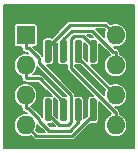
<source format=gbr>
%TF.GenerationSoftware,KiCad,Pcbnew,5.1.10*%
%TF.CreationDate,2021-08-03T19:32:28+02:00*%
%TF.ProjectId,smd-converter,736d642d-636f-46e7-9665-727465722e6b,rev?*%
%TF.SameCoordinates,Original*%
%TF.FileFunction,Copper,L1,Top*%
%TF.FilePolarity,Positive*%
%FSLAX46Y46*%
G04 Gerber Fmt 4.6, Leading zero omitted, Abs format (unit mm)*
G04 Created by KiCad (PCBNEW 5.1.10) date 2021-08-03 19:32:28*
%MOMM*%
%LPD*%
G01*
G04 APERTURE LIST*
%TA.AperFunction,ComponentPad*%
%ADD10O,1.600000X1.600000*%
%TD*%
%TA.AperFunction,ComponentPad*%
%ADD11R,1.600000X1.600000*%
%TD*%
%TA.AperFunction,Conductor*%
%ADD12C,0.250000*%
%TD*%
%TA.AperFunction,NonConductor*%
%ADD13C,0.150000*%
%TD*%
%TA.AperFunction,NonConductor*%
%ADD14C,0.100000*%
%TD*%
G04 APERTURE END LIST*
D10*
%TO.P,J1,8*%
%TO.N,Net-(J1-Pad8)*%
X61165000Y-26585000D03*
%TO.P,J1,4*%
%TO.N,Net-(J1-Pad4)*%
X53545000Y-34205000D03*
%TO.P,J1,7*%
%TO.N,Net-(J1-Pad7)*%
X61165000Y-29125000D03*
%TO.P,J1,3*%
%TO.N,Net-(J1-Pad3)*%
X53545000Y-31665000D03*
%TO.P,J1,6*%
%TO.N,Net-(J1-Pad6)*%
X61165000Y-31665000D03*
%TO.P,J1,2*%
%TO.N,Net-(J1-Pad2)*%
X53545000Y-29125000D03*
%TO.P,J1,5*%
%TO.N,Net-(J1-Pad5)*%
X61165000Y-34205000D03*
D11*
%TO.P,J1,1*%
%TO.N,Net-(J1-Pad1)*%
X53545000Y-26585000D03*
%TD*%
%TO.P,U1,1*%
%TO.N,Net-(J1-Pad1)*%
%TA.AperFunction,SMDPad,CuDef*%
G36*
G01*
X55610000Y-33875000D02*
X55310000Y-33875000D01*
G75*
G02*
X55160000Y-33725000I0J150000D01*
G01*
X55160000Y-32075000D01*
G75*
G02*
X55310000Y-31925000I150000J0D01*
G01*
X55610000Y-31925000D01*
G75*
G02*
X55760000Y-32075000I0J-150000D01*
G01*
X55760000Y-33725000D01*
G75*
G02*
X55610000Y-33875000I-150000J0D01*
G01*
G37*
%TD.AperFunction*%
%TO.P,U1,2*%
%TO.N,Net-(J1-Pad2)*%
%TA.AperFunction,SMDPad,CuDef*%
G36*
G01*
X56880000Y-33875000D02*
X56580000Y-33875000D01*
G75*
G02*
X56430000Y-33725000I0J150000D01*
G01*
X56430000Y-32075000D01*
G75*
G02*
X56580000Y-31925000I150000J0D01*
G01*
X56880000Y-31925000D01*
G75*
G02*
X57030000Y-32075000I0J-150000D01*
G01*
X57030000Y-33725000D01*
G75*
G02*
X56880000Y-33875000I-150000J0D01*
G01*
G37*
%TD.AperFunction*%
%TO.P,U1,3*%
%TO.N,Net-(J1-Pad3)*%
%TA.AperFunction,SMDPad,CuDef*%
G36*
G01*
X58150000Y-33875000D02*
X57850000Y-33875000D01*
G75*
G02*
X57700000Y-33725000I0J150000D01*
G01*
X57700000Y-32075000D01*
G75*
G02*
X57850000Y-31925000I150000J0D01*
G01*
X58150000Y-31925000D01*
G75*
G02*
X58300000Y-32075000I0J-150000D01*
G01*
X58300000Y-33725000D01*
G75*
G02*
X58150000Y-33875000I-150000J0D01*
G01*
G37*
%TD.AperFunction*%
%TO.P,U1,4*%
%TO.N,Net-(J1-Pad4)*%
%TA.AperFunction,SMDPad,CuDef*%
G36*
G01*
X59420000Y-33875000D02*
X59120000Y-33875000D01*
G75*
G02*
X58970000Y-33725000I0J150000D01*
G01*
X58970000Y-32075000D01*
G75*
G02*
X59120000Y-31925000I150000J0D01*
G01*
X59420000Y-31925000D01*
G75*
G02*
X59570000Y-32075000I0J-150000D01*
G01*
X59570000Y-33725000D01*
G75*
G02*
X59420000Y-33875000I-150000J0D01*
G01*
G37*
%TD.AperFunction*%
%TO.P,U1,5*%
%TO.N,Net-(J1-Pad5)*%
%TA.AperFunction,SMDPad,CuDef*%
G36*
G01*
X59420000Y-28925000D02*
X59120000Y-28925000D01*
G75*
G02*
X58970000Y-28775000I0J150000D01*
G01*
X58970000Y-27125000D01*
G75*
G02*
X59120000Y-26975000I150000J0D01*
G01*
X59420000Y-26975000D01*
G75*
G02*
X59570000Y-27125000I0J-150000D01*
G01*
X59570000Y-28775000D01*
G75*
G02*
X59420000Y-28925000I-150000J0D01*
G01*
G37*
%TD.AperFunction*%
%TO.P,U1,6*%
%TO.N,Net-(J1-Pad6)*%
%TA.AperFunction,SMDPad,CuDef*%
G36*
G01*
X58150000Y-28925000D02*
X57850000Y-28925000D01*
G75*
G02*
X57700000Y-28775000I0J150000D01*
G01*
X57700000Y-27125000D01*
G75*
G02*
X57850000Y-26975000I150000J0D01*
G01*
X58150000Y-26975000D01*
G75*
G02*
X58300000Y-27125000I0J-150000D01*
G01*
X58300000Y-28775000D01*
G75*
G02*
X58150000Y-28925000I-150000J0D01*
G01*
G37*
%TD.AperFunction*%
%TO.P,U1,7*%
%TO.N,Net-(J1-Pad7)*%
%TA.AperFunction,SMDPad,CuDef*%
G36*
G01*
X56880000Y-28925000D02*
X56580000Y-28925000D01*
G75*
G02*
X56430000Y-28775000I0J150000D01*
G01*
X56430000Y-27125000D01*
G75*
G02*
X56580000Y-26975000I150000J0D01*
G01*
X56880000Y-26975000D01*
G75*
G02*
X57030000Y-27125000I0J-150000D01*
G01*
X57030000Y-28775000D01*
G75*
G02*
X56880000Y-28925000I-150000J0D01*
G01*
G37*
%TD.AperFunction*%
%TO.P,U1,8*%
%TO.N,Net-(J1-Pad8)*%
%TA.AperFunction,SMDPad,CuDef*%
G36*
G01*
X55610000Y-28925000D02*
X55310000Y-28925000D01*
G75*
G02*
X55160000Y-28775000I0J150000D01*
G01*
X55160000Y-27125000D01*
G75*
G02*
X55310000Y-26975000I150000J0D01*
G01*
X55610000Y-26975000D01*
G75*
G02*
X55760000Y-27125000I0J-150000D01*
G01*
X55760000Y-28775000D01*
G75*
G02*
X55610000Y-28925000I-150000J0D01*
G01*
G37*
%TD.AperFunction*%
%TD*%
D12*
%TO.N,Net-(J1-Pad1)*%
X56384400Y-34204900D02*
X55460000Y-33280500D01*
X55460000Y-33280500D02*
X55460000Y-33000000D01*
X57131000Y-34204900D02*
X56384400Y-34204900D01*
X57365000Y-33970900D02*
X57131000Y-34204900D01*
X57365000Y-31615000D02*
X57365000Y-33970900D01*
X54670300Y-28920300D02*
X57365000Y-31615000D01*
X54670300Y-28554200D02*
X54670300Y-28920300D01*
X53826400Y-27710300D02*
X54670300Y-28554200D01*
X53545000Y-27710300D02*
X53826400Y-27710300D01*
X53545000Y-26585000D02*
X53545000Y-27710300D01*
%TO.N,Net-(J1-Pad5)*%
X57361900Y-26934800D02*
X57655400Y-26641300D01*
X57361900Y-29361900D02*
X57361900Y-26934800D01*
X57655400Y-26641300D02*
X58400900Y-26641300D01*
X61079700Y-33079700D02*
X57361900Y-29361900D01*
X61165000Y-33079700D02*
X61079700Y-33079700D01*
X61165000Y-34205000D02*
X61165000Y-33079700D01*
X59270000Y-27510400D02*
X59270000Y-27850000D01*
X58400900Y-26641300D02*
X59270000Y-27510400D01*
%TO.N,Net-(J1-Pad2)*%
X53545000Y-30250300D02*
X53545000Y-29125000D01*
X54750300Y-30250300D02*
X53545000Y-30250300D01*
X56730000Y-32230000D02*
X54750300Y-30250300D01*
X56730000Y-33000000D02*
X56730000Y-32230000D01*
%TO.N,Net-(J1-Pad6)*%
X58000000Y-28500000D02*
X58000000Y-27850000D01*
X61165000Y-31665000D02*
X58000000Y-28500000D01*
%TO.N,Net-(J1-Pad3)*%
X53545000Y-32790300D02*
X53775400Y-32790300D01*
X53775400Y-32790300D02*
X54670300Y-33685200D01*
X54670300Y-33685200D02*
X54670300Y-33813200D01*
X54670300Y-33813200D02*
X55512400Y-34655300D01*
X55512400Y-34655300D02*
X57317500Y-34655300D01*
X57317500Y-34655300D02*
X58000000Y-33972800D01*
X58000000Y-33972800D02*
X58000000Y-33000000D01*
X53545000Y-31665000D02*
X53545000Y-32790300D01*
%TO.N,Net-(J1-Pad7)*%
X61165000Y-27999700D02*
X60966900Y-27999700D01*
X60966900Y-27999700D02*
X59158200Y-26191000D01*
X59158200Y-26191000D02*
X57468800Y-26191000D01*
X57468800Y-26191000D02*
X56730000Y-26929800D01*
X56730000Y-26929800D02*
X56730000Y-27850000D01*
X61165000Y-29125000D02*
X61165000Y-27999700D01*
%TO.N,Net-(J1-Pad4)*%
X53545000Y-34205000D02*
X54473700Y-35133700D01*
X54473700Y-35133700D02*
X57499700Y-35133700D01*
X57499700Y-35133700D02*
X59270000Y-33363400D01*
X59270000Y-33363400D02*
X59270000Y-33000000D01*
%TO.N,Net-(J1-Pad8)*%
X61165000Y-26585000D02*
X60315300Y-25735300D01*
X60315300Y-25735300D02*
X57283800Y-25735300D01*
X57283800Y-25735300D02*
X55460000Y-27559100D01*
X55460000Y-27559100D02*
X55460000Y-27850000D01*
%TD*%
D13*
X62760001Y-35988204D02*
X62760000Y-35988214D01*
X62760000Y-36175000D01*
X51740000Y-36175000D01*
X51740000Y-25785000D01*
X52528960Y-25785000D01*
X52528960Y-27385000D01*
X52533111Y-27427147D01*
X52545405Y-27467675D01*
X52565369Y-27505025D01*
X52592237Y-27537763D01*
X52624975Y-27564631D01*
X52662325Y-27584595D01*
X52702853Y-27596889D01*
X52745000Y-27601040D01*
X53205001Y-27601040D01*
X53205001Y-27693589D01*
X53203355Y-27710300D01*
X53209920Y-27776952D01*
X53229361Y-27841042D01*
X53260933Y-27900108D01*
X53303421Y-27951879D01*
X53355192Y-27994367D01*
X53414258Y-28025939D01*
X53478348Y-28045380D01*
X53528299Y-28050300D01*
X53545000Y-28051945D01*
X53561701Y-28050300D01*
X53685569Y-28050300D01*
X53770174Y-28134905D01*
X53644969Y-28110000D01*
X53445031Y-28110000D01*
X53248935Y-28149006D01*
X53064217Y-28225519D01*
X52897975Y-28336598D01*
X52756598Y-28477975D01*
X52645519Y-28644217D01*
X52569006Y-28828935D01*
X52530000Y-29025031D01*
X52530000Y-29224969D01*
X52569006Y-29421065D01*
X52645519Y-29605783D01*
X52756598Y-29772025D01*
X52897975Y-29913402D01*
X53064217Y-30024481D01*
X53205000Y-30082796D01*
X53205000Y-30233599D01*
X53203355Y-30250300D01*
X53209920Y-30316952D01*
X53229361Y-30381042D01*
X53260933Y-30440108D01*
X53303421Y-30491879D01*
X53355192Y-30534367D01*
X53414258Y-30565939D01*
X53478348Y-30585380D01*
X53545000Y-30591945D01*
X53561701Y-30590300D01*
X54609469Y-30590300D01*
X55762783Y-31743614D01*
X55750077Y-31736823D01*
X55681411Y-31715993D01*
X55610000Y-31708960D01*
X55310000Y-31708960D01*
X55238589Y-31715993D01*
X55169923Y-31736823D01*
X55106639Y-31770649D01*
X55051171Y-31816171D01*
X55005649Y-31871639D01*
X54971823Y-31934923D01*
X54950993Y-32003589D01*
X54943960Y-32075000D01*
X54943960Y-33482712D01*
X54934805Y-33471556D01*
X54922525Y-33456593D01*
X54922521Y-33456589D01*
X54911878Y-33443621D01*
X54898911Y-33432979D01*
X54028558Y-32562627D01*
X54192025Y-32453402D01*
X54333402Y-32312025D01*
X54444481Y-32145783D01*
X54520994Y-31961065D01*
X54560000Y-31764969D01*
X54560000Y-31565031D01*
X54520994Y-31368935D01*
X54444481Y-31184217D01*
X54333402Y-31017975D01*
X54192025Y-30876598D01*
X54025783Y-30765519D01*
X53841065Y-30689006D01*
X53644969Y-30650000D01*
X53445031Y-30650000D01*
X53248935Y-30689006D01*
X53064217Y-30765519D01*
X52897975Y-30876598D01*
X52756598Y-31017975D01*
X52645519Y-31184217D01*
X52569006Y-31368935D01*
X52530000Y-31565031D01*
X52530000Y-31764969D01*
X52569006Y-31961065D01*
X52645519Y-32145783D01*
X52756598Y-32312025D01*
X52897975Y-32453402D01*
X53064217Y-32564481D01*
X53205001Y-32622796D01*
X53205001Y-32773589D01*
X53203355Y-32790300D01*
X53209920Y-32856952D01*
X53229361Y-32921042D01*
X53260933Y-32980108D01*
X53303421Y-33031879D01*
X53355192Y-33074367D01*
X53414258Y-33105939D01*
X53478348Y-33125380D01*
X53528299Y-33130300D01*
X53545000Y-33131945D01*
X53561701Y-33130300D01*
X53634569Y-33130300D01*
X53706510Y-33202241D01*
X53644969Y-33190000D01*
X53445031Y-33190000D01*
X53248935Y-33229006D01*
X53064217Y-33305519D01*
X52897975Y-33416598D01*
X52756598Y-33557975D01*
X52645519Y-33724217D01*
X52569006Y-33908935D01*
X52530000Y-34105031D01*
X52530000Y-34304969D01*
X52569006Y-34501065D01*
X52645519Y-34685783D01*
X52756598Y-34852025D01*
X52897975Y-34993402D01*
X53064217Y-35104481D01*
X53248935Y-35180994D01*
X53445031Y-35220000D01*
X53644969Y-35220000D01*
X53841065Y-35180994D01*
X53981847Y-35122680D01*
X54221479Y-35362312D01*
X54232121Y-35375279D01*
X54245087Y-35385920D01*
X54245092Y-35385925D01*
X54283892Y-35417767D01*
X54342958Y-35449339D01*
X54407048Y-35468780D01*
X54456999Y-35473700D01*
X54457006Y-35473700D01*
X54473699Y-35475344D01*
X54490392Y-35473700D01*
X57483007Y-35473700D01*
X57499700Y-35475344D01*
X57516393Y-35473700D01*
X57516401Y-35473700D01*
X57566352Y-35468780D01*
X57630442Y-35449339D01*
X57689508Y-35417767D01*
X57741279Y-35375279D01*
X57751929Y-35362302D01*
X59034500Y-34079733D01*
X59048589Y-34084007D01*
X59120000Y-34091040D01*
X59420000Y-34091040D01*
X59491411Y-34084007D01*
X59560077Y-34063177D01*
X59623361Y-34029351D01*
X59678829Y-33983829D01*
X59724351Y-33928361D01*
X59758177Y-33865077D01*
X59779007Y-33796411D01*
X59786040Y-33725000D01*
X59786040Y-32266872D01*
X60783543Y-33264376D01*
X60684217Y-33305519D01*
X60517975Y-33416598D01*
X60376598Y-33557975D01*
X60265519Y-33724217D01*
X60189006Y-33908935D01*
X60150000Y-34105031D01*
X60150000Y-34304969D01*
X60189006Y-34501065D01*
X60265519Y-34685783D01*
X60376598Y-34852025D01*
X60517975Y-34993402D01*
X60684217Y-35104481D01*
X60868935Y-35180994D01*
X61065031Y-35220000D01*
X61264969Y-35220000D01*
X61461065Y-35180994D01*
X61645783Y-35104481D01*
X61812025Y-34993402D01*
X61953402Y-34852025D01*
X62064481Y-34685783D01*
X62140994Y-34501065D01*
X62180000Y-34304969D01*
X62180000Y-34105031D01*
X62140994Y-33908935D01*
X62064481Y-33724217D01*
X61953402Y-33557975D01*
X61812025Y-33416598D01*
X61645783Y-33305519D01*
X61505000Y-33247205D01*
X61505000Y-33096401D01*
X61506645Y-33079700D01*
X61500080Y-33013048D01*
X61480639Y-32948958D01*
X61449067Y-32889892D01*
X61406579Y-32838121D01*
X61354808Y-32795633D01*
X61295742Y-32764061D01*
X61231652Y-32744620D01*
X61224776Y-32743943D01*
X61160833Y-32680000D01*
X61264969Y-32680000D01*
X61461065Y-32640994D01*
X61645783Y-32564481D01*
X61812025Y-32453402D01*
X61953402Y-32312025D01*
X62064481Y-32145783D01*
X62140994Y-31961065D01*
X62180000Y-31764969D01*
X62180000Y-31565031D01*
X62140994Y-31368935D01*
X62064481Y-31184217D01*
X61953402Y-31017975D01*
X61812025Y-30876598D01*
X61645783Y-30765519D01*
X61461065Y-30689006D01*
X61264969Y-30650000D01*
X61065031Y-30650000D01*
X60868935Y-30689006D01*
X60728152Y-30747320D01*
X59121871Y-29141040D01*
X59420000Y-29141040D01*
X59491411Y-29134007D01*
X59560077Y-29113177D01*
X59623361Y-29079351D01*
X59678829Y-29033829D01*
X59724351Y-28978361D01*
X59758177Y-28915077D01*
X59779007Y-28846411D01*
X59786040Y-28775000D01*
X59786040Y-27299671D01*
X60703783Y-28217415D01*
X60684217Y-28225519D01*
X60517975Y-28336598D01*
X60376598Y-28477975D01*
X60265519Y-28644217D01*
X60189006Y-28828935D01*
X60150000Y-29025031D01*
X60150000Y-29224969D01*
X60189006Y-29421065D01*
X60265519Y-29605783D01*
X60376598Y-29772025D01*
X60517975Y-29913402D01*
X60684217Y-30024481D01*
X60868935Y-30100994D01*
X61065031Y-30140000D01*
X61264969Y-30140000D01*
X61461065Y-30100994D01*
X61645783Y-30024481D01*
X61812025Y-29913402D01*
X61953402Y-29772025D01*
X62064481Y-29605783D01*
X62140994Y-29421065D01*
X62180000Y-29224969D01*
X62180000Y-29025031D01*
X62140994Y-28828935D01*
X62064481Y-28644217D01*
X61953402Y-28477975D01*
X61812025Y-28336598D01*
X61645783Y-28225519D01*
X61505000Y-28167205D01*
X61505000Y-28016401D01*
X61506645Y-27999700D01*
X61500080Y-27933048D01*
X61480639Y-27868958D01*
X61449067Y-27809892D01*
X61406579Y-27758121D01*
X61354808Y-27715633D01*
X61295742Y-27684061D01*
X61231652Y-27664620D01*
X61181701Y-27659700D01*
X61165000Y-27658055D01*
X61148299Y-27659700D01*
X61107732Y-27659700D01*
X61043811Y-27595779D01*
X61065031Y-27600000D01*
X61264969Y-27600000D01*
X61461065Y-27560994D01*
X61645783Y-27484481D01*
X61812025Y-27373402D01*
X61953402Y-27232025D01*
X62064481Y-27065783D01*
X62140994Y-26881065D01*
X62180000Y-26684969D01*
X62180000Y-26485031D01*
X62140994Y-26288935D01*
X62064481Y-26104217D01*
X61953402Y-25937975D01*
X61812025Y-25796598D01*
X61645783Y-25685519D01*
X61461065Y-25609006D01*
X61264969Y-25570000D01*
X61065031Y-25570000D01*
X60868935Y-25609006D01*
X60728152Y-25667320D01*
X60567529Y-25506698D01*
X60556879Y-25493721D01*
X60505108Y-25451233D01*
X60446042Y-25419661D01*
X60381952Y-25400220D01*
X60332001Y-25395300D01*
X60331993Y-25395300D01*
X60315300Y-25393656D01*
X60298607Y-25395300D01*
X57300493Y-25395300D01*
X57283800Y-25393656D01*
X57267107Y-25395300D01*
X57267099Y-25395300D01*
X57217148Y-25400220D01*
X57153058Y-25419661D01*
X57093992Y-25451233D01*
X57042221Y-25493721D01*
X57031575Y-25506693D01*
X55750969Y-26787300D01*
X55750077Y-26786823D01*
X55681411Y-26765993D01*
X55610000Y-26758960D01*
X55310000Y-26758960D01*
X55238589Y-26765993D01*
X55169923Y-26786823D01*
X55106639Y-26820649D01*
X55051171Y-26866171D01*
X55005649Y-26921639D01*
X54971823Y-26984923D01*
X54950993Y-27053589D01*
X54943960Y-27125000D01*
X54943960Y-28351711D01*
X54922525Y-28325593D01*
X54922521Y-28325589D01*
X54911878Y-28312621D01*
X54898911Y-28301979D01*
X54197971Y-27601040D01*
X54345000Y-27601040D01*
X54387147Y-27596889D01*
X54427675Y-27584595D01*
X54465025Y-27564631D01*
X54497763Y-27537763D01*
X54524631Y-27505025D01*
X54544595Y-27467675D01*
X54556889Y-27427147D01*
X54561040Y-27385000D01*
X54561040Y-25785000D01*
X54556889Y-25742853D01*
X54544595Y-25702325D01*
X54524631Y-25664975D01*
X54497763Y-25632237D01*
X54465025Y-25605369D01*
X54427675Y-25585405D01*
X54387147Y-25573111D01*
X54345000Y-25568960D01*
X52745000Y-25568960D01*
X52702853Y-25573111D01*
X52662325Y-25585405D01*
X52624975Y-25605369D01*
X52592237Y-25632237D01*
X52565369Y-25664975D01*
X52545405Y-25702325D01*
X52533111Y-25742853D01*
X52528960Y-25785000D01*
X51740000Y-25785000D01*
X51740000Y-23990000D01*
X62760000Y-23990000D01*
X62760001Y-35988204D01*
%TA.AperFunction,NonConductor*%
D14*
G36*
X62760001Y-35988204D02*
G01*
X62760000Y-35988214D01*
X62760000Y-36175000D01*
X51740000Y-36175000D01*
X51740000Y-25785000D01*
X52528960Y-25785000D01*
X52528960Y-27385000D01*
X52533111Y-27427147D01*
X52545405Y-27467675D01*
X52565369Y-27505025D01*
X52592237Y-27537763D01*
X52624975Y-27564631D01*
X52662325Y-27584595D01*
X52702853Y-27596889D01*
X52745000Y-27601040D01*
X53205001Y-27601040D01*
X53205001Y-27693589D01*
X53203355Y-27710300D01*
X53209920Y-27776952D01*
X53229361Y-27841042D01*
X53260933Y-27900108D01*
X53303421Y-27951879D01*
X53355192Y-27994367D01*
X53414258Y-28025939D01*
X53478348Y-28045380D01*
X53528299Y-28050300D01*
X53545000Y-28051945D01*
X53561701Y-28050300D01*
X53685569Y-28050300D01*
X53770174Y-28134905D01*
X53644969Y-28110000D01*
X53445031Y-28110000D01*
X53248935Y-28149006D01*
X53064217Y-28225519D01*
X52897975Y-28336598D01*
X52756598Y-28477975D01*
X52645519Y-28644217D01*
X52569006Y-28828935D01*
X52530000Y-29025031D01*
X52530000Y-29224969D01*
X52569006Y-29421065D01*
X52645519Y-29605783D01*
X52756598Y-29772025D01*
X52897975Y-29913402D01*
X53064217Y-30024481D01*
X53205000Y-30082796D01*
X53205000Y-30233599D01*
X53203355Y-30250300D01*
X53209920Y-30316952D01*
X53229361Y-30381042D01*
X53260933Y-30440108D01*
X53303421Y-30491879D01*
X53355192Y-30534367D01*
X53414258Y-30565939D01*
X53478348Y-30585380D01*
X53545000Y-30591945D01*
X53561701Y-30590300D01*
X54609469Y-30590300D01*
X55762783Y-31743614D01*
X55750077Y-31736823D01*
X55681411Y-31715993D01*
X55610000Y-31708960D01*
X55310000Y-31708960D01*
X55238589Y-31715993D01*
X55169923Y-31736823D01*
X55106639Y-31770649D01*
X55051171Y-31816171D01*
X55005649Y-31871639D01*
X54971823Y-31934923D01*
X54950993Y-32003589D01*
X54943960Y-32075000D01*
X54943960Y-33482712D01*
X54934805Y-33471556D01*
X54922525Y-33456593D01*
X54922521Y-33456589D01*
X54911878Y-33443621D01*
X54898911Y-33432979D01*
X54028558Y-32562627D01*
X54192025Y-32453402D01*
X54333402Y-32312025D01*
X54444481Y-32145783D01*
X54520994Y-31961065D01*
X54560000Y-31764969D01*
X54560000Y-31565031D01*
X54520994Y-31368935D01*
X54444481Y-31184217D01*
X54333402Y-31017975D01*
X54192025Y-30876598D01*
X54025783Y-30765519D01*
X53841065Y-30689006D01*
X53644969Y-30650000D01*
X53445031Y-30650000D01*
X53248935Y-30689006D01*
X53064217Y-30765519D01*
X52897975Y-30876598D01*
X52756598Y-31017975D01*
X52645519Y-31184217D01*
X52569006Y-31368935D01*
X52530000Y-31565031D01*
X52530000Y-31764969D01*
X52569006Y-31961065D01*
X52645519Y-32145783D01*
X52756598Y-32312025D01*
X52897975Y-32453402D01*
X53064217Y-32564481D01*
X53205001Y-32622796D01*
X53205001Y-32773589D01*
X53203355Y-32790300D01*
X53209920Y-32856952D01*
X53229361Y-32921042D01*
X53260933Y-32980108D01*
X53303421Y-33031879D01*
X53355192Y-33074367D01*
X53414258Y-33105939D01*
X53478348Y-33125380D01*
X53528299Y-33130300D01*
X53545000Y-33131945D01*
X53561701Y-33130300D01*
X53634569Y-33130300D01*
X53706510Y-33202241D01*
X53644969Y-33190000D01*
X53445031Y-33190000D01*
X53248935Y-33229006D01*
X53064217Y-33305519D01*
X52897975Y-33416598D01*
X52756598Y-33557975D01*
X52645519Y-33724217D01*
X52569006Y-33908935D01*
X52530000Y-34105031D01*
X52530000Y-34304969D01*
X52569006Y-34501065D01*
X52645519Y-34685783D01*
X52756598Y-34852025D01*
X52897975Y-34993402D01*
X53064217Y-35104481D01*
X53248935Y-35180994D01*
X53445031Y-35220000D01*
X53644969Y-35220000D01*
X53841065Y-35180994D01*
X53981847Y-35122680D01*
X54221479Y-35362312D01*
X54232121Y-35375279D01*
X54245087Y-35385920D01*
X54245092Y-35385925D01*
X54283892Y-35417767D01*
X54342958Y-35449339D01*
X54407048Y-35468780D01*
X54456999Y-35473700D01*
X54457006Y-35473700D01*
X54473699Y-35475344D01*
X54490392Y-35473700D01*
X57483007Y-35473700D01*
X57499700Y-35475344D01*
X57516393Y-35473700D01*
X57516401Y-35473700D01*
X57566352Y-35468780D01*
X57630442Y-35449339D01*
X57689508Y-35417767D01*
X57741279Y-35375279D01*
X57751929Y-35362302D01*
X59034500Y-34079733D01*
X59048589Y-34084007D01*
X59120000Y-34091040D01*
X59420000Y-34091040D01*
X59491411Y-34084007D01*
X59560077Y-34063177D01*
X59623361Y-34029351D01*
X59678829Y-33983829D01*
X59724351Y-33928361D01*
X59758177Y-33865077D01*
X59779007Y-33796411D01*
X59786040Y-33725000D01*
X59786040Y-32266872D01*
X60783543Y-33264376D01*
X60684217Y-33305519D01*
X60517975Y-33416598D01*
X60376598Y-33557975D01*
X60265519Y-33724217D01*
X60189006Y-33908935D01*
X60150000Y-34105031D01*
X60150000Y-34304969D01*
X60189006Y-34501065D01*
X60265519Y-34685783D01*
X60376598Y-34852025D01*
X60517975Y-34993402D01*
X60684217Y-35104481D01*
X60868935Y-35180994D01*
X61065031Y-35220000D01*
X61264969Y-35220000D01*
X61461065Y-35180994D01*
X61645783Y-35104481D01*
X61812025Y-34993402D01*
X61953402Y-34852025D01*
X62064481Y-34685783D01*
X62140994Y-34501065D01*
X62180000Y-34304969D01*
X62180000Y-34105031D01*
X62140994Y-33908935D01*
X62064481Y-33724217D01*
X61953402Y-33557975D01*
X61812025Y-33416598D01*
X61645783Y-33305519D01*
X61505000Y-33247205D01*
X61505000Y-33096401D01*
X61506645Y-33079700D01*
X61500080Y-33013048D01*
X61480639Y-32948958D01*
X61449067Y-32889892D01*
X61406579Y-32838121D01*
X61354808Y-32795633D01*
X61295742Y-32764061D01*
X61231652Y-32744620D01*
X61224776Y-32743943D01*
X61160833Y-32680000D01*
X61264969Y-32680000D01*
X61461065Y-32640994D01*
X61645783Y-32564481D01*
X61812025Y-32453402D01*
X61953402Y-32312025D01*
X62064481Y-32145783D01*
X62140994Y-31961065D01*
X62180000Y-31764969D01*
X62180000Y-31565031D01*
X62140994Y-31368935D01*
X62064481Y-31184217D01*
X61953402Y-31017975D01*
X61812025Y-30876598D01*
X61645783Y-30765519D01*
X61461065Y-30689006D01*
X61264969Y-30650000D01*
X61065031Y-30650000D01*
X60868935Y-30689006D01*
X60728152Y-30747320D01*
X59121871Y-29141040D01*
X59420000Y-29141040D01*
X59491411Y-29134007D01*
X59560077Y-29113177D01*
X59623361Y-29079351D01*
X59678829Y-29033829D01*
X59724351Y-28978361D01*
X59758177Y-28915077D01*
X59779007Y-28846411D01*
X59786040Y-28775000D01*
X59786040Y-27299671D01*
X60703783Y-28217415D01*
X60684217Y-28225519D01*
X60517975Y-28336598D01*
X60376598Y-28477975D01*
X60265519Y-28644217D01*
X60189006Y-28828935D01*
X60150000Y-29025031D01*
X60150000Y-29224969D01*
X60189006Y-29421065D01*
X60265519Y-29605783D01*
X60376598Y-29772025D01*
X60517975Y-29913402D01*
X60684217Y-30024481D01*
X60868935Y-30100994D01*
X61065031Y-30140000D01*
X61264969Y-30140000D01*
X61461065Y-30100994D01*
X61645783Y-30024481D01*
X61812025Y-29913402D01*
X61953402Y-29772025D01*
X62064481Y-29605783D01*
X62140994Y-29421065D01*
X62180000Y-29224969D01*
X62180000Y-29025031D01*
X62140994Y-28828935D01*
X62064481Y-28644217D01*
X61953402Y-28477975D01*
X61812025Y-28336598D01*
X61645783Y-28225519D01*
X61505000Y-28167205D01*
X61505000Y-28016401D01*
X61506645Y-27999700D01*
X61500080Y-27933048D01*
X61480639Y-27868958D01*
X61449067Y-27809892D01*
X61406579Y-27758121D01*
X61354808Y-27715633D01*
X61295742Y-27684061D01*
X61231652Y-27664620D01*
X61181701Y-27659700D01*
X61165000Y-27658055D01*
X61148299Y-27659700D01*
X61107732Y-27659700D01*
X61043811Y-27595779D01*
X61065031Y-27600000D01*
X61264969Y-27600000D01*
X61461065Y-27560994D01*
X61645783Y-27484481D01*
X61812025Y-27373402D01*
X61953402Y-27232025D01*
X62064481Y-27065783D01*
X62140994Y-26881065D01*
X62180000Y-26684969D01*
X62180000Y-26485031D01*
X62140994Y-26288935D01*
X62064481Y-26104217D01*
X61953402Y-25937975D01*
X61812025Y-25796598D01*
X61645783Y-25685519D01*
X61461065Y-25609006D01*
X61264969Y-25570000D01*
X61065031Y-25570000D01*
X60868935Y-25609006D01*
X60728152Y-25667320D01*
X60567529Y-25506698D01*
X60556879Y-25493721D01*
X60505108Y-25451233D01*
X60446042Y-25419661D01*
X60381952Y-25400220D01*
X60332001Y-25395300D01*
X60331993Y-25395300D01*
X60315300Y-25393656D01*
X60298607Y-25395300D01*
X57300493Y-25395300D01*
X57283800Y-25393656D01*
X57267107Y-25395300D01*
X57267099Y-25395300D01*
X57217148Y-25400220D01*
X57153058Y-25419661D01*
X57093992Y-25451233D01*
X57042221Y-25493721D01*
X57031575Y-25506693D01*
X55750969Y-26787300D01*
X55750077Y-26786823D01*
X55681411Y-26765993D01*
X55610000Y-26758960D01*
X55310000Y-26758960D01*
X55238589Y-26765993D01*
X55169923Y-26786823D01*
X55106639Y-26820649D01*
X55051171Y-26866171D01*
X55005649Y-26921639D01*
X54971823Y-26984923D01*
X54950993Y-27053589D01*
X54943960Y-27125000D01*
X54943960Y-28351711D01*
X54922525Y-28325593D01*
X54922521Y-28325589D01*
X54911878Y-28312621D01*
X54898911Y-28301979D01*
X54197971Y-27601040D01*
X54345000Y-27601040D01*
X54387147Y-27596889D01*
X54427675Y-27584595D01*
X54465025Y-27564631D01*
X54497763Y-27537763D01*
X54524631Y-27505025D01*
X54544595Y-27467675D01*
X54556889Y-27427147D01*
X54561040Y-27385000D01*
X54561040Y-25785000D01*
X54556889Y-25742853D01*
X54544595Y-25702325D01*
X54524631Y-25664975D01*
X54497763Y-25632237D01*
X54465025Y-25605369D01*
X54427675Y-25585405D01*
X54387147Y-25573111D01*
X54345000Y-25568960D01*
X52745000Y-25568960D01*
X52702853Y-25573111D01*
X52662325Y-25585405D01*
X52624975Y-25605369D01*
X52592237Y-25632237D01*
X52565369Y-25664975D01*
X52545405Y-25702325D01*
X52533111Y-25742853D01*
X52528960Y-25785000D01*
X51740000Y-25785000D01*
X51740000Y-23990000D01*
X62760000Y-23990000D01*
X62760001Y-35988204D01*
G37*
%TD.AperFunction*%
D13*
X55169967Y-34793700D02*
X54614533Y-34793700D01*
X54462680Y-34641847D01*
X54520994Y-34501065D01*
X54560000Y-34304969D01*
X54560000Y-34183731D01*
X55169967Y-34793700D01*
%TA.AperFunction,NonConductor*%
D14*
G36*
X55169967Y-34793700D02*
G01*
X54614533Y-34793700D01*
X54462680Y-34641847D01*
X54520994Y-34501065D01*
X54560000Y-34304969D01*
X54560000Y-34183731D01*
X55169967Y-34793700D01*
G37*
%TD.AperFunction*%
D13*
X56013968Y-34315300D02*
X55653233Y-34315300D01*
X55428972Y-34091040D01*
X55610000Y-34091040D01*
X55681411Y-34084007D01*
X55750077Y-34063177D01*
X55757746Y-34059078D01*
X56013968Y-34315300D01*
%TA.AperFunction,NonConductor*%
D14*
G36*
X56013968Y-34315300D02*
G01*
X55653233Y-34315300D01*
X55428972Y-34091040D01*
X55610000Y-34091040D01*
X55681411Y-34084007D01*
X55750077Y-34063177D01*
X55757746Y-34059078D01*
X56013968Y-34315300D01*
G37*
%TD.AperFunction*%
D13*
X56213960Y-28775000D02*
X56220993Y-28846411D01*
X56241823Y-28915077D01*
X56275649Y-28978361D01*
X56321171Y-29033829D01*
X56376639Y-29079351D01*
X56439923Y-29113177D01*
X56508589Y-29134007D01*
X56580000Y-29141040D01*
X56880000Y-29141040D01*
X56951411Y-29134007D01*
X57020077Y-29113177D01*
X57021900Y-29112203D01*
X57021900Y-29345207D01*
X57020256Y-29361900D01*
X57021900Y-29378593D01*
X57021900Y-29378600D01*
X57026820Y-29428551D01*
X57046261Y-29492641D01*
X57077833Y-29551707D01*
X57120321Y-29603478D01*
X57133294Y-29614125D01*
X59228128Y-31708960D01*
X59120000Y-31708960D01*
X59048589Y-31715993D01*
X58979923Y-31736823D01*
X58916639Y-31770649D01*
X58861171Y-31816171D01*
X58815649Y-31871639D01*
X58781823Y-31934923D01*
X58760993Y-32003589D01*
X58753960Y-32075000D01*
X58753960Y-33398607D01*
X58516040Y-33636528D01*
X58516040Y-32075000D01*
X58509007Y-32003589D01*
X58488177Y-31934923D01*
X58454351Y-31871639D01*
X58408829Y-31816171D01*
X58353361Y-31770649D01*
X58290077Y-31736823D01*
X58221411Y-31715993D01*
X58150000Y-31708960D01*
X57850000Y-31708960D01*
X57778589Y-31715993D01*
X57709923Y-31736823D01*
X57705000Y-31739454D01*
X57705000Y-31631692D01*
X57706644Y-31614999D01*
X57705000Y-31598306D01*
X57705000Y-31598299D01*
X57700080Y-31548348D01*
X57680639Y-31484258D01*
X57649067Y-31425192D01*
X57647614Y-31423421D01*
X57617225Y-31386392D01*
X57617216Y-31386383D01*
X57606578Y-31373421D01*
X57593617Y-31362784D01*
X55371871Y-29141040D01*
X55610000Y-29141040D01*
X55681411Y-29134007D01*
X55750077Y-29113177D01*
X55813361Y-29079351D01*
X55868829Y-29033829D01*
X55914351Y-28978361D01*
X55948177Y-28915077D01*
X55969007Y-28846411D01*
X55976040Y-28775000D01*
X55976040Y-27523891D01*
X56213960Y-27285971D01*
X56213960Y-28775000D01*
%TA.AperFunction,NonConductor*%
D14*
G36*
X56213960Y-28775000D02*
G01*
X56220993Y-28846411D01*
X56241823Y-28915077D01*
X56275649Y-28978361D01*
X56321171Y-29033829D01*
X56376639Y-29079351D01*
X56439923Y-29113177D01*
X56508589Y-29134007D01*
X56580000Y-29141040D01*
X56880000Y-29141040D01*
X56951411Y-29134007D01*
X57020077Y-29113177D01*
X57021900Y-29112203D01*
X57021900Y-29345207D01*
X57020256Y-29361900D01*
X57021900Y-29378593D01*
X57021900Y-29378600D01*
X57026820Y-29428551D01*
X57046261Y-29492641D01*
X57077833Y-29551707D01*
X57120321Y-29603478D01*
X57133294Y-29614125D01*
X59228128Y-31708960D01*
X59120000Y-31708960D01*
X59048589Y-31715993D01*
X58979923Y-31736823D01*
X58916639Y-31770649D01*
X58861171Y-31816171D01*
X58815649Y-31871639D01*
X58781823Y-31934923D01*
X58760993Y-32003589D01*
X58753960Y-32075000D01*
X58753960Y-33398607D01*
X58516040Y-33636528D01*
X58516040Y-32075000D01*
X58509007Y-32003589D01*
X58488177Y-31934923D01*
X58454351Y-31871639D01*
X58408829Y-31816171D01*
X58353361Y-31770649D01*
X58290077Y-31736823D01*
X58221411Y-31715993D01*
X58150000Y-31708960D01*
X57850000Y-31708960D01*
X57778589Y-31715993D01*
X57709923Y-31736823D01*
X57705000Y-31739454D01*
X57705000Y-31631692D01*
X57706644Y-31614999D01*
X57705000Y-31598306D01*
X57705000Y-31598299D01*
X57700080Y-31548348D01*
X57680639Y-31484258D01*
X57649067Y-31425192D01*
X57647614Y-31423421D01*
X57617225Y-31386392D01*
X57617216Y-31386383D01*
X57606578Y-31373421D01*
X57593617Y-31362784D01*
X55371871Y-29141040D01*
X55610000Y-29141040D01*
X55681411Y-29134007D01*
X55750077Y-29113177D01*
X55813361Y-29079351D01*
X55868829Y-29033829D01*
X55914351Y-28978361D01*
X55948177Y-28915077D01*
X55969007Y-28846411D01*
X55976040Y-28775000D01*
X55976040Y-27523891D01*
X56213960Y-27285971D01*
X56213960Y-28775000D01*
G37*
%TD.AperFunction*%
D13*
X56213960Y-32194792D02*
X56213960Y-33553628D01*
X55976040Y-33315709D01*
X55976040Y-32075000D01*
X55969007Y-32003589D01*
X55948177Y-31934923D01*
X55941386Y-31922217D01*
X56213960Y-32194792D01*
%TA.AperFunction,NonConductor*%
D14*
G36*
X56213960Y-32194792D02*
G01*
X56213960Y-33553628D01*
X55976040Y-33315709D01*
X55976040Y-32075000D01*
X55969007Y-32003589D01*
X55948177Y-31934923D01*
X55941386Y-31922217D01*
X56213960Y-32194792D01*
G37*
%TD.AperFunction*%
D13*
X56999856Y-31730689D02*
X56951411Y-31715993D01*
X56880000Y-31708960D01*
X56689792Y-31708960D01*
X55002530Y-30021699D01*
X54991879Y-30008721D01*
X54940108Y-29966233D01*
X54881042Y-29934661D01*
X54816952Y-29915220D01*
X54767001Y-29910300D01*
X54766993Y-29910300D01*
X54750300Y-29908656D01*
X54733607Y-29910300D01*
X54195127Y-29910300D01*
X54333402Y-29772025D01*
X54444481Y-29605783D01*
X54520994Y-29421065D01*
X54549073Y-29279904D01*
X56999856Y-31730689D01*
%TA.AperFunction,NonConductor*%
D14*
G36*
X56999856Y-31730689D02*
G01*
X56951411Y-31715993D01*
X56880000Y-31708960D01*
X56689792Y-31708960D01*
X55002530Y-30021699D01*
X54991879Y-30008721D01*
X54940108Y-29966233D01*
X54881042Y-29934661D01*
X54816952Y-29915220D01*
X54767001Y-29910300D01*
X54766993Y-29910300D01*
X54750300Y-29908656D01*
X54733607Y-29910300D01*
X54195127Y-29910300D01*
X54333402Y-29772025D01*
X54444481Y-29605783D01*
X54520994Y-29421065D01*
X54549073Y-29279904D01*
X56999856Y-31730689D01*
G37*
%TD.AperFunction*%
D13*
X57709923Y-29113177D02*
X57778589Y-29134007D01*
X57850000Y-29141040D01*
X58150000Y-29141040D01*
X58159294Y-29140125D01*
X60247320Y-31228152D01*
X60189006Y-31368935D01*
X60150000Y-31565031D01*
X60150000Y-31669168D01*
X57701900Y-29221069D01*
X57701900Y-29108889D01*
X57709923Y-29113177D01*
%TA.AperFunction,NonConductor*%
D14*
G36*
X57709923Y-29113177D02*
G01*
X57778589Y-29134007D01*
X57850000Y-29141040D01*
X58150000Y-29141040D01*
X58159294Y-29140125D01*
X60247320Y-31228152D01*
X60189006Y-31368935D01*
X60150000Y-31565031D01*
X60150000Y-31669168D01*
X57701900Y-29221069D01*
X57701900Y-29108889D01*
X57709923Y-29113177D01*
G37*
%TD.AperFunction*%
D13*
X58753960Y-27475192D02*
X58753960Y-28773129D01*
X58516040Y-28535209D01*
X58516040Y-27237271D01*
X58753960Y-27475192D01*
%TA.AperFunction,NonConductor*%
D14*
G36*
X58753960Y-27475192D02*
G01*
X58753960Y-28773129D01*
X58516040Y-28535209D01*
X58516040Y-27237271D01*
X58753960Y-27475192D01*
G37*
%TD.AperFunction*%
D13*
X59245329Y-26758960D02*
X59120000Y-26758960D01*
X59048589Y-26765993D01*
X59016238Y-26775807D01*
X58771431Y-26531000D01*
X59017369Y-26531000D01*
X59245329Y-26758960D01*
%TA.AperFunction,NonConductor*%
D14*
G36*
X59245329Y-26758960D02*
G01*
X59120000Y-26758960D01*
X59048589Y-26765993D01*
X59016238Y-26775807D01*
X58771431Y-26531000D01*
X59017369Y-26531000D01*
X59245329Y-26758960D01*
G37*
%TD.AperFunction*%
D13*
X60247320Y-26148152D02*
X60189006Y-26288935D01*
X60150000Y-26485031D01*
X60150000Y-26684969D01*
X60154221Y-26706190D01*
X59523331Y-26075300D01*
X60174469Y-26075300D01*
X60247320Y-26148152D01*
%TA.AperFunction,NonConductor*%
D14*
G36*
X60247320Y-26148152D02*
G01*
X60189006Y-26288935D01*
X60150000Y-26485031D01*
X60150000Y-26684969D01*
X60154221Y-26706190D01*
X59523331Y-26075300D01*
X60174469Y-26075300D01*
X60247320Y-26148152D01*
G37*
%TD.AperFunction*%
M02*

</source>
